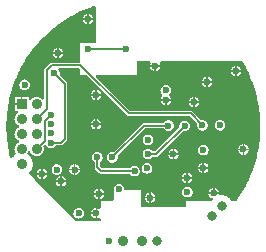
<source format=gbl>
%FSAX44Y44*%
%MOMM*%
G71*
G01*
G75*
G04 Layer_Physical_Order=4*
G04 Layer_Color=16711680*
%ADD10R,0.5000X0.6000*%
%ADD11R,0.6000X0.5000*%
%ADD12R,0.7000X0.9000*%
%ADD13R,0.3000X0.6000*%
%ADD14R,1.5500X1.5500*%
%ADD15R,0.6500X0.2000*%
%ADD16R,0.2000X0.6500*%
%ADD17R,0.9000X0.7000*%
%ADD18O,0.8000X0.2000*%
%ADD19O,0.2000X0.8000*%
%ADD20R,4.6000X4.6000*%
%ADD21R,1.0000X2.0000*%
%ADD22R,0.7112X0.2286*%
%ADD23R,1.1500X1.4000*%
%ADD24R,0.4500X0.3500*%
%ADD25R,0.3500X0.4500*%
%ADD26C,0.1500*%
%ADD27C,0.3000*%
%ADD28C,0.5000*%
%ADD29C,0.2000*%
%ADD30C,0.9000*%
%ADD31C,0.6000*%
%ADD32C,0.8000*%
%ADD33R,0.9000X0.9000*%
G36*
X03042447Y02578185D02*
X03043846Y02575632D01*
X03045174Y02573041D01*
X03046432Y02570416D01*
X03047619Y02567758D01*
X03048733Y02565068D01*
X03049774Y02562349D01*
X03050741Y02559603D01*
X03051633Y02556832D01*
X03052450Y02554037D01*
X03053190Y02551222D01*
X03053855Y02548387D01*
X03054442Y02545536D01*
X03054952Y02542670D01*
X03055384Y02539790D01*
X03055738Y02536901D01*
X03056013Y02534003D01*
X03056210Y02531098D01*
X03056328Y02528189D01*
X03056367Y02525360D01*
X03056360Y02525278D01*
X03056367Y02525196D01*
X03056328Y02522367D01*
X03056210Y02519458D01*
X03056013Y02516553D01*
X03055738Y02513655D01*
X03055384Y02510766D01*
X03054952Y02507886D01*
X03054442Y02505020D01*
X03053855Y02502169D01*
X03053190Y02499334D01*
X03052450Y02496519D01*
X03051633Y02493724D01*
X03050741Y02490953D01*
X03049774Y02488207D01*
X03048733Y02485488D01*
X03047619Y02482798D01*
X03046432Y02480140D01*
X03045174Y02477514D01*
X03043846Y02474924D01*
X03042447Y02472371D01*
X03040980Y02469856D01*
X03039445Y02467382D01*
X03037845Y02464950D01*
X03036328Y02462778D01*
X03031906D01*
X03031487Y02463435D01*
X03031009Y02464059D01*
X03030478Y02464638D01*
X03029899Y02465169D01*
X03029275Y02465647D01*
X03028612Y02466070D01*
X03027915Y02466433D01*
X03027189Y02466733D01*
X03026440Y02466970D01*
X03025673Y02467140D01*
X03024893Y02467242D01*
X03024108Y02467277D01*
X03023323Y02467242D01*
X03022544Y02467140D01*
X03022353Y02467097D01*
X03021281Y02468147D01*
X03021307Y02468278D01*
X03012429D01*
X03012512Y02467861D01*
X03012702Y02467302D01*
X03012963Y02466773D01*
X03013290Y02466283D01*
X03013679Y02465839D01*
X03014123Y02465450D01*
X03014613Y02465123D01*
X03015142Y02464862D01*
X03015701Y02464672D01*
X03016010Y02464611D01*
X03016258Y02464030D01*
X03015431Y02462778D01*
X02993868D01*
Y02457028D01*
X02955118D01*
X02955118Y02471278D01*
X02941677D01*
X02941677D01*
X02941677D01*
D01*
D01*
X02941378Y02472278D01*
X02941378Y02472278D01*
X02941378D01*
D01*
D01*
D01*
X02941339Y02472867D01*
X02941224Y02473445D01*
X02941035Y02474004D01*
X02940773Y02474533D01*
X02940446Y02475023D01*
X02940057Y02475467D01*
X02939613Y02475856D01*
X02939123Y02476183D01*
X02938594Y02476444D01*
X02938035Y02476634D01*
X02937457Y02476749D01*
X02936868Y02476788D01*
X02936279Y02476749D01*
X02935701Y02476634D01*
X02935142Y02476444D01*
X02934613Y02476183D01*
X02934123Y02475856D01*
X02933679Y02475467D01*
X02933290Y02475023D01*
X02932963Y02474533D01*
X02932702Y02474004D01*
X02932512Y02473445D01*
X02932397Y02472867D01*
X02932358Y02472278D01*
X02932397Y02471689D01*
X02932408Y02471632D01*
X02932118Y02471278D01*
X02932118D01*
X02932118Y02463339D01*
X02931057Y02462278D01*
X02921368D01*
Y02456751D01*
X02920995Y02456326D01*
X02920045Y02455818D01*
X02919873Y02455933D01*
X02919344Y02456194D01*
X02918785Y02456384D01*
X02918368Y02456467D01*
Y02452028D01*
Y02447589D01*
X02918785Y02447672D01*
X02919344Y02447862D01*
X02919873Y02448123D01*
X02920045Y02448238D01*
X02920995Y02447730D01*
X02921368Y02447305D01*
Y02445778D01*
X02899618D01*
X02865254Y02480142D01*
X02860407Y02486458D01*
X02860409Y02486520D01*
X02860992Y02487054D01*
X02861552Y02487666D01*
X02862057Y02488324D01*
X02862503Y02489023D01*
X02862886Y02489759D01*
X02863204Y02490526D01*
X02863453Y02491317D01*
X02863633Y02492127D01*
X02863741Y02492949D01*
X02863777Y02493778D01*
X02863741Y02494607D01*
X02863633Y02495429D01*
X02863453Y02496239D01*
X02863204Y02497030D01*
X02862886Y02497797D01*
X02862503Y02498533D01*
X02862057Y02499232D01*
X02861552Y02499890D01*
X02860992Y02500502D01*
X02860380Y02501062D01*
X02859722Y02501567D01*
X02859551Y02501677D01*
X02859263Y02503149D01*
X02859356Y02503281D01*
X02859682Y02503871D01*
X02859868Y02504319D01*
X02861368D01*
X02861554Y02503871D01*
X02861880Y02503281D01*
X02862270Y02502731D01*
X02862719Y02502229D01*
X02863221Y02501780D01*
X02863771Y02501390D01*
X02864361Y02501064D01*
X02864983Y02500806D01*
X02865631Y02500619D01*
X02866295Y02500506D01*
X02866968Y02500469D01*
X02867641Y02500506D01*
X02868305Y02500619D01*
X02868953Y02500806D01*
X02869576Y02501064D01*
X02870165Y02501390D01*
X02870715Y02501780D01*
X02871217Y02502229D01*
X02871666Y02502731D01*
X02872056Y02503281D01*
X02872382Y02503871D01*
X02872640Y02504493D01*
X02872827Y02505141D01*
X02872939Y02505805D01*
X02872977Y02506478D01*
X02872939Y02507151D01*
X02872827Y02507815D01*
X02872640Y02508463D01*
X02872495Y02508813D01*
X02873108Y02509427D01*
X02874334Y02509843D01*
X02875119Y02509713D01*
X02875212Y02509523D01*
X02875540Y02509033D01*
X02875929Y02508589D01*
X02876373Y02508200D01*
X02876863Y02507873D01*
X02877392Y02507612D01*
X02877951Y02507422D01*
X02878529Y02507307D01*
X02879118Y02507268D01*
X02879707Y02507307D01*
X02880285Y02507422D01*
X02880844Y02507612D01*
X02881373Y02507873D01*
X02881863Y02508200D01*
X02882307Y02508589D01*
X02882696Y02509033D01*
X02883022Y02509521D01*
X02887368D01*
X02887721Y02509549D01*
X02888065Y02509632D01*
X02888393Y02509767D01*
X02888694Y02509952D01*
X02888964Y02510182D01*
X02892464Y02513682D01*
X02892464Y02513682D01*
X02892694Y02513951D01*
X02892879Y02514253D01*
X02892958Y02514445D01*
X02893015Y02514581D01*
X02893097Y02514925D01*
X02893125Y02515278D01*
X02893125Y02515278D01*
Y02561778D01*
X02893125Y02561778D01*
X02893097Y02562131D01*
X02893015Y02562475D01*
X02892879Y02562803D01*
X02892694Y02563105D01*
X02892464Y02563374D01*
X02892464Y02563374D01*
X02886475Y02569363D01*
X02886589Y02569939D01*
X02886628Y02570528D01*
X02886589Y02571117D01*
X02886474Y02571695D01*
X02886284Y02572254D01*
X02886023Y02572783D01*
X02885696Y02573273D01*
X02885361Y02573655D01*
X02885477Y02573911D01*
X02886451Y02575021D01*
X02902485D01*
X02903546Y02573960D01*
X02903543Y02569028D01*
X02909176D01*
X02943272Y02534932D01*
X02943272Y02534932D01*
X02943541Y02534702D01*
X02943843Y02534517D01*
X02944171Y02534382D01*
X02944515Y02534299D01*
X02944868Y02534271D01*
X02944868Y02534271D01*
X02996436D01*
X03003015Y02527693D01*
X03002900Y02527117D01*
X03002861Y02526528D01*
X03002900Y02525939D01*
X03003015Y02525361D01*
X03003205Y02524802D01*
X03003465Y02524273D01*
X03003793Y02523783D01*
X03004182Y02523339D01*
X03004626Y02522950D01*
X03005116Y02522623D01*
X03005645Y02522362D01*
X03006204Y02522172D01*
X03006782Y02522057D01*
X03007371Y02522018D01*
X03007960Y02522057D01*
X03008538Y02522172D01*
X03009097Y02522362D01*
X03009626Y02522623D01*
X03010116Y02522950D01*
X03010560Y02523339D01*
X03010948Y02523783D01*
X03011276Y02524273D01*
X03011537Y02524802D01*
X03011727Y02525361D01*
X03011842Y02525939D01*
X03011880Y02526528D01*
X03011842Y02527117D01*
X03011727Y02527695D01*
X03011537Y02528254D01*
X03011276Y02528783D01*
X03010948Y02529273D01*
X03010560Y02529717D01*
X03010116Y02530106D01*
X03009626Y02530434D01*
X03009097Y02530694D01*
X03008538Y02530884D01*
X03007960Y02530999D01*
X03007371Y02531038D01*
X03006782Y02530999D01*
X03006206Y02530885D01*
X02998967Y02538124D01*
X02998698Y02538354D01*
X02998396Y02538539D01*
X02998068Y02538674D01*
X02997724Y02538757D01*
X02997371Y02538785D01*
X02945803D01*
X02916945Y02567642D01*
X02917520Y02569028D01*
X02952306D01*
Y02580528D01*
X02962645D01*
X02963070Y02580155D01*
X02963578Y02579205D01*
X02963463Y02579033D01*
X02963202Y02578504D01*
X02963012Y02577945D01*
X02962929Y02577528D01*
X02971807D01*
X02971724Y02577945D01*
X02971534Y02578504D01*
X02971273Y02579033D01*
X02971158Y02579205D01*
X02971666Y02580155D01*
X02972091Y02580528D01*
X03041080D01*
X03042447Y02578185D01*
D02*
G37*
G36*
X02917055Y02626686D02*
Y02596528D01*
X02903556D01*
X02903548Y02579535D01*
X02879618D01*
X02879265Y02579507D01*
X02878921Y02579424D01*
X02878593Y02579289D01*
X02878291Y02579104D01*
X02878167Y02578998D01*
X02878022Y02578874D01*
X02878022Y02578874D01*
X02873772Y02574624D01*
X02873542Y02574355D01*
X02873357Y02574053D01*
X02873221Y02573725D01*
X02873139Y02573381D01*
X02873111Y02573028D01*
Y02548758D01*
X02871682Y02548303D01*
X02871666Y02548325D01*
X02871217Y02548827D01*
X02870715Y02549276D01*
X02870165Y02549666D01*
X02869576Y02549992D01*
X02868953Y02550250D01*
X02868305Y02550437D01*
X02867641Y02550550D01*
X02866968Y02550587D01*
X02866295Y02550550D01*
X02865631Y02550437D01*
X02864983Y02550250D01*
X02864361Y02549992D01*
X02863771Y02549666D01*
X02863221Y02549276D01*
X02862719Y02548827D01*
X02862270Y02548325D01*
X02861880Y02547775D01*
X02861720Y02547487D01*
X02860268Y02547862D01*
Y02550578D01*
X02855018D01*
Y02544578D01*
X02854268D01*
Y02543828D01*
X02848268D01*
Y02538578D01*
X02850984D01*
X02851359Y02537126D01*
X02851071Y02536966D01*
X02850521Y02536576D01*
X02850019Y02536127D01*
X02849570Y02535625D01*
X02849180Y02535075D01*
X02848854Y02534485D01*
X02848596Y02533863D01*
X02848409Y02533215D01*
X02848296Y02532551D01*
X02848258Y02531878D01*
X02848296Y02531205D01*
X02848409Y02530541D01*
X02848596Y02529893D01*
X02848854Y02529271D01*
X02849180Y02528681D01*
X02849570Y02528131D01*
X02850019Y02527629D01*
X02850521Y02527180D01*
X02851071Y02526790D01*
X02851660Y02526464D01*
X02852109Y02526278D01*
Y02524778D01*
X02851661Y02524592D01*
X02851071Y02524266D01*
X02850521Y02523876D01*
X02850019Y02523427D01*
X02849570Y02522925D01*
X02849180Y02522375D01*
X02848854Y02521785D01*
X02848596Y02521163D01*
X02848409Y02520515D01*
X02848297Y02519851D01*
X02848259Y02519178D01*
X02848297Y02518505D01*
X02848409Y02517841D01*
X02848596Y02517193D01*
X02848854Y02516571D01*
X02849180Y02515981D01*
X02849570Y02515431D01*
X02850019Y02514929D01*
X02850521Y02514480D01*
X02851071Y02514090D01*
X02851661Y02513764D01*
X02852109Y02513578D01*
Y02512078D01*
X02851660Y02511892D01*
X02851071Y02511566D01*
X02850521Y02511176D01*
X02850019Y02510727D01*
X02849570Y02510225D01*
X02849180Y02509675D01*
X02848854Y02509085D01*
X02848596Y02508463D01*
X02848409Y02507815D01*
X02848297Y02507151D01*
X02848259Y02506478D01*
X02848297Y02505805D01*
X02848409Y02505141D01*
X02848596Y02504493D01*
X02848854Y02503871D01*
X02849180Y02503281D01*
X02849273Y02503149D01*
X02848985Y02501677D01*
X02848814Y02501567D01*
X02848156Y02501062D01*
X02847544Y02500502D01*
X02846984Y02499890D01*
X02846479Y02499232D01*
X02846135Y02498693D01*
X02845548Y02498785D01*
X02844554Y02499302D01*
X02844546Y02499334D01*
X02843882Y02502169D01*
X02843294Y02505020D01*
X02842784Y02507886D01*
X02842352Y02510766D01*
X02841998Y02513655D01*
X02841723Y02516553D01*
X02841526Y02519458D01*
X02841407Y02522367D01*
X02841368Y02525278D01*
X02841407Y02528189D01*
X02841526Y02531098D01*
X02841723Y02534003D01*
X02841998Y02536901D01*
X02842352Y02539790D01*
X02842784Y02542670D01*
X02843294Y02545536D01*
X02843882Y02548387D01*
X02844546Y02551222D01*
X02845287Y02554037D01*
X02846103Y02556832D01*
X02846995Y02559603D01*
X02847962Y02562349D01*
X02849003Y02565068D01*
X02850117Y02567758D01*
X02851304Y02570416D01*
X02852562Y02573041D01*
X02853890Y02575632D01*
X02855289Y02578185D01*
X02856756Y02580700D01*
X02858290Y02583174D01*
X02859891Y02585605D01*
X02861558Y02587993D01*
X02863288Y02590334D01*
X02865081Y02592628D01*
X02866936Y02594872D01*
X02868850Y02597065D01*
X02870823Y02599206D01*
X02872854Y02601292D01*
X02874940Y02603322D01*
X02877081Y02605296D01*
X02879274Y02607210D01*
X02881518Y02609065D01*
X02883812Y02610858D01*
X02886153Y02612588D01*
X02888540Y02614254D01*
X02890972Y02615855D01*
X02893446Y02617390D01*
X02895961Y02618857D01*
X02898514Y02620255D01*
X02901104Y02621584D01*
X02903730Y02622842D01*
X02906389Y02624029D01*
X02909078Y02625143D01*
X02911797Y02626184D01*
X02914543Y02627151D01*
X02915843Y02627569D01*
X02917055Y02626686D01*
D02*
G37*
%LPC*%
G36*
X02960369Y02494536D02*
X02959780Y02494497D01*
X02959201Y02494382D01*
X02958643Y02494193D01*
X02958114Y02493932D01*
X02957623Y02493604D01*
X02957180Y02493215D01*
X02956791Y02492772D01*
X02956463Y02492281D01*
X02956202Y02491752D01*
X02956013Y02491194D01*
X02955898Y02490615D01*
X02955859Y02490026D01*
X02955898Y02489438D01*
X02956013Y02488859D01*
X02956202Y02488300D01*
X02956463Y02487771D01*
X02956791Y02487281D01*
X02957180Y02486837D01*
X02957623Y02486449D01*
X02958114Y02486121D01*
X02958643Y02485860D01*
X02959201Y02485670D01*
X02959780Y02485555D01*
X02960369Y02485517D01*
X02960957Y02485555D01*
X02961536Y02485670D01*
X02962094Y02485860D01*
X02962623Y02486121D01*
X02963114Y02486449D01*
X02963557Y02486837D01*
X02963946Y02487281D01*
X02964274Y02487771D01*
X02964535Y02488300D01*
X02964724Y02488859D01*
X02964839Y02489438D01*
X02964878Y02490026D01*
X02964839Y02490615D01*
X02964724Y02491194D01*
X02964535Y02491752D01*
X02964274Y02492281D01*
X02963946Y02492772D01*
X02963557Y02493215D01*
X02963114Y02493604D01*
X02962623Y02493932D01*
X02962094Y02494193D01*
X02961536Y02494382D01*
X02960957Y02494497D01*
X02960369Y02494536D01*
D02*
G37*
G36*
X02903557Y02488278D02*
X02899868D01*
Y02484589D01*
X02900285Y02484672D01*
X02900844Y02484862D01*
X02901373Y02485123D01*
X02901863Y02485450D01*
X02902307Y02485839D01*
X02902696Y02486283D01*
X02903023Y02486773D01*
X02903284Y02487302D01*
X02903474Y02487861D01*
X02903557Y02488278D01*
D02*
G37*
G36*
X02872368Y02489717D02*
Y02486028D01*
X02876057D01*
X02875974Y02486445D01*
X02875784Y02487004D01*
X02875523Y02487533D01*
X02875196Y02488023D01*
X02874807Y02488467D01*
X02874363Y02488856D01*
X02873873Y02489183D01*
X02873344Y02489444D01*
X02872785Y02489634D01*
X02872368Y02489717D01*
D02*
G37*
G36*
X02870868D02*
X02870451Y02489634D01*
X02869892Y02489444D01*
X02869363Y02489183D01*
X02868873Y02488856D01*
X02868429Y02488467D01*
X02868040Y02488023D01*
X02867713Y02487533D01*
X02867451Y02487004D01*
X02867262Y02486445D01*
X02867179Y02486028D01*
X02870868D01*
Y02489717D01*
D02*
G37*
G36*
X02995118Y02486217D02*
Y02482528D01*
X02998807D01*
X02998724Y02482945D01*
X02998535Y02483504D01*
X02998274Y02484033D01*
X02997946Y02484523D01*
X02997557Y02484967D01*
X02997113Y02485356D01*
X02996623Y02485683D01*
X02996094Y02485944D01*
X02995535Y02486134D01*
X02995118Y02486217D01*
D02*
G37*
G36*
X02993618D02*
X02993201Y02486134D01*
X02992642Y02485944D01*
X02992113Y02485683D01*
X02991623Y02485356D01*
X02991179Y02484967D01*
X02990790Y02484523D01*
X02990463Y02484033D01*
X02990202Y02483504D01*
X02990012Y02482945D01*
X02989929Y02482528D01*
X02993618D01*
Y02486217D01*
D02*
G37*
G36*
X02918368Y02503788D02*
X02917780Y02503749D01*
X02917201Y02503634D01*
X02916642Y02503444D01*
X02916113Y02503183D01*
X02915623Y02502856D01*
X02915179Y02502467D01*
X02914790Y02502023D01*
X02914463Y02501533D01*
X02914202Y02501004D01*
X02914012Y02500445D01*
X02913897Y02499867D01*
X02913858Y02499278D01*
X02913897Y02498689D01*
X02914012Y02498111D01*
X02914202Y02497552D01*
X02914463Y02497023D01*
X02914790Y02496533D01*
X02915179Y02496089D01*
X02915623Y02495700D01*
X02916111Y02495374D01*
Y02490778D01*
X02916139Y02490425D01*
X02916222Y02490081D01*
X02916357Y02489753D01*
X02916542Y02489451D01*
X02916772Y02489182D01*
X02919772Y02486182D01*
X02920042Y02485952D01*
X02920343Y02485767D01*
X02920670Y02485632D01*
X02921015Y02485549D01*
X02921368Y02485521D01*
X02921368Y02485521D01*
X02945964D01*
X02946290Y02485033D01*
X02946679Y02484589D01*
X02947123Y02484200D01*
X02947613Y02483873D01*
X02948142Y02483612D01*
X02948701Y02483422D01*
X02949279Y02483307D01*
X02949868Y02483268D01*
X02950457Y02483307D01*
X02951035Y02483422D01*
X02951594Y02483612D01*
X02952123Y02483873D01*
X02952613Y02484200D01*
X02953057Y02484589D01*
X02953446Y02485033D01*
X02953773Y02485523D01*
X02954034Y02486052D01*
X02954224Y02486611D01*
X02954339Y02487189D01*
X02954378Y02487778D01*
X02954339Y02488367D01*
X02954224Y02488945D01*
X02954034Y02489504D01*
X02953773Y02490033D01*
X02953446Y02490523D01*
X02953057Y02490967D01*
X02952613Y02491356D01*
X02952123Y02491684D01*
X02951594Y02491944D01*
X02951035Y02492134D01*
X02950457Y02492249D01*
X02949868Y02492288D01*
X02949279Y02492249D01*
X02948701Y02492134D01*
X02948142Y02491944D01*
X02947613Y02491684D01*
X02947123Y02491356D01*
X02946679Y02490967D01*
X02946290Y02490523D01*
X02945964Y02490035D01*
X02922303D01*
X02920625Y02491713D01*
Y02495374D01*
X02921113Y02495700D01*
X02921557Y02496089D01*
X02921946Y02496533D01*
X02922274Y02497023D01*
X02922534Y02497552D01*
X02922724Y02498111D01*
X02922839Y02498689D01*
X02922878Y02499278D01*
X02922839Y02499867D01*
X02922724Y02500445D01*
X02922534Y02501004D01*
X02922274Y02501533D01*
X02921946Y02502023D01*
X02921557Y02502467D01*
X02921113Y02502856D01*
X02920623Y02503183D01*
X02920094Y02503444D01*
X02919535Y02503634D01*
X02918957Y02503749D01*
X02918368Y02503788D01*
D02*
G37*
G36*
X02898368Y02488278D02*
X02894679D01*
X02894762Y02487861D01*
X02894951Y02487302D01*
X02895212Y02486773D01*
X02895540Y02486283D01*
X02895929Y02485839D01*
X02896373Y02485450D01*
X02896863Y02485123D01*
X02897392Y02484862D01*
X02897951Y02484672D01*
X02898368Y02484589D01*
Y02488278D01*
D02*
G37*
G36*
X02884118Y02493538D02*
X02883529Y02493499D01*
X02882951Y02493384D01*
X02882392Y02493194D01*
X02881863Y02492934D01*
X02881373Y02492606D01*
X02880929Y02492217D01*
X02880540Y02491773D01*
X02880212Y02491283D01*
X02879951Y02490754D01*
X02879762Y02490195D01*
X02879647Y02489617D01*
X02879608Y02489028D01*
X02879647Y02488439D01*
X02879762Y02487861D01*
X02879951Y02487302D01*
X02880212Y02486773D01*
X02880540Y02486283D01*
X02880929Y02485839D01*
X02881373Y02485450D01*
X02881863Y02485123D01*
X02882392Y02484862D01*
X02882951Y02484672D01*
X02883529Y02484557D01*
X02884118Y02484518D01*
X02884707Y02484557D01*
X02885285Y02484672D01*
X02885844Y02484862D01*
X02886373Y02485123D01*
X02886863Y02485450D01*
X02887307Y02485839D01*
X02887696Y02486283D01*
X02888023Y02486773D01*
X02888284Y02487302D01*
X02888474Y02487861D01*
X02888589Y02488439D01*
X02888628Y02489028D01*
X02888589Y02489617D01*
X02888474Y02490195D01*
X02888284Y02490754D01*
X02888023Y02491283D01*
X02887696Y02491773D01*
X02887307Y02492217D01*
X02886863Y02492606D01*
X02886373Y02492934D01*
X02885844Y02493194D01*
X02885285Y02493384D01*
X02884707Y02493499D01*
X02884118Y02493538D01*
D02*
G37*
G36*
X03007368Y02489778D02*
X03003679D01*
X03003762Y02489361D01*
X03003952Y02488802D01*
X03004213Y02488273D01*
X03004540Y02487783D01*
X03004929Y02487339D01*
X03005373Y02486950D01*
X03005863Y02486622D01*
X03006392Y02486362D01*
X03006951Y02486172D01*
X03007368Y02486089D01*
Y02489778D01*
D02*
G37*
G36*
X02987307Y02501278D02*
X02983618D01*
Y02497589D01*
X02984035Y02497672D01*
X02984594Y02497862D01*
X02985123Y02498123D01*
X02985613Y02498450D01*
X02986057Y02498839D01*
X02986446Y02499283D01*
X02986773Y02499773D01*
X02987034Y02500302D01*
X02987224Y02500861D01*
X02987307Y02501278D01*
D02*
G37*
G36*
X02982118D02*
X02978429D01*
X02978512Y02500861D01*
X02978701Y02500302D01*
X02978962Y02499773D01*
X02979290Y02499283D01*
X02979679Y02498839D01*
X02980123Y02498450D01*
X02980613Y02498123D01*
X02981142Y02497862D01*
X02981701Y02497672D01*
X02982118Y02497589D01*
Y02501278D01*
D02*
G37*
G36*
X03008118Y02510038D02*
X03007529Y02509999D01*
X03006951Y02509884D01*
X03006392Y02509694D01*
X03005863Y02509433D01*
X03005373Y02509106D01*
X03004929Y02508717D01*
X03004540Y02508273D01*
X03004213Y02507783D01*
X03003952Y02507254D01*
X03003762Y02506695D01*
X03003647Y02506117D01*
X03003608Y02505528D01*
X03003647Y02504939D01*
X03003762Y02504361D01*
X03003952Y02503802D01*
X03004213Y02503273D01*
X03004540Y02502783D01*
X03004929Y02502339D01*
X03005373Y02501950D01*
X03005863Y02501622D01*
X03006392Y02501362D01*
X03006951Y02501172D01*
X03007529Y02501057D01*
X03008118Y02501018D01*
X03008707Y02501057D01*
X03009285Y02501172D01*
X03009844Y02501362D01*
X03010373Y02501622D01*
X03010863Y02501950D01*
X03011307Y02502339D01*
X03011696Y02502783D01*
X03012024Y02503273D01*
X03012285Y02503802D01*
X03012474Y02504361D01*
X03012589Y02504939D01*
X03012628Y02505528D01*
X03012589Y02506117D01*
X03012474Y02506695D01*
X03012285Y02507254D01*
X03012024Y02507783D01*
X03011696Y02508273D01*
X03011307Y02508717D01*
X03010863Y02509106D01*
X03010373Y02509433D01*
X03009844Y02509694D01*
X03009285Y02509884D01*
X03008707Y02509999D01*
X03008118Y02510038D01*
D02*
G37*
G36*
X03046557Y02505278D02*
X03042868D01*
Y02501589D01*
X03043285Y02501672D01*
X03043844Y02501862D01*
X03044373Y02502123D01*
X03044863Y02502450D01*
X03045307Y02502839D01*
X03045696Y02503283D01*
X03046023Y02503773D01*
X03046284Y02504302D01*
X03046474Y02504861D01*
X03046557Y02505278D01*
D02*
G37*
G36*
X03041368D02*
X03037679D01*
X03037762Y02504861D01*
X03037952Y02504302D01*
X03038213Y02503773D01*
X03038540Y02503283D01*
X03038929Y02502839D01*
X03039373Y02502450D01*
X03039863Y02502123D01*
X03040392Y02501862D01*
X03040951Y02501672D01*
X03041368Y02501589D01*
Y02505278D01*
D02*
G37*
G36*
X02898368Y02493467D02*
X02897951Y02493384D01*
X02897392Y02493194D01*
X02896863Y02492934D01*
X02896373Y02492606D01*
X02895929Y02492217D01*
X02895540Y02491773D01*
X02895212Y02491283D01*
X02894951Y02490754D01*
X02894762Y02490195D01*
X02894679Y02489778D01*
X02898368D01*
Y02493467D01*
D02*
G37*
G36*
X03012557Y02489778D02*
X03008868D01*
Y02486089D01*
X03009285Y02486172D01*
X03009844Y02486362D01*
X03010373Y02486622D01*
X03010863Y02486950D01*
X03011307Y02487339D01*
X03011696Y02487783D01*
X03012024Y02488273D01*
X03012285Y02488802D01*
X03012474Y02489361D01*
X03012557Y02489778D01*
D02*
G37*
G36*
X02899868Y02493467D02*
Y02489778D01*
X02903557D01*
X02903474Y02490195D01*
X02903284Y02490754D01*
X02903023Y02491283D01*
X02902696Y02491773D01*
X02902307Y02492217D01*
X02901863Y02492606D01*
X02901373Y02492934D01*
X02900844Y02493194D01*
X02900285Y02493384D01*
X02899868Y02493467D01*
D02*
G37*
G36*
X03008868Y02494967D02*
Y02491278D01*
X03012557D01*
X03012474Y02491695D01*
X03012285Y02492254D01*
X03012024Y02492783D01*
X03011696Y02493273D01*
X03011307Y02493717D01*
X03010863Y02494106D01*
X03010373Y02494433D01*
X03009844Y02494694D01*
X03009285Y02494884D01*
X03008868Y02494967D01*
D02*
G37*
G36*
X03007368D02*
X03006951Y02494884D01*
X03006392Y02494694D01*
X03005863Y02494433D01*
X03005373Y02494106D01*
X03004929Y02493717D01*
X03004540Y02493273D01*
X03004213Y02492783D01*
X03003952Y02492254D01*
X03003762Y02491695D01*
X03003679Y02491278D01*
X03007368D01*
Y02494967D01*
D02*
G37*
G36*
X02876057Y02484528D02*
X02872368D01*
Y02480839D01*
X02872785Y02480922D01*
X02873344Y02481112D01*
X02873873Y02481373D01*
X02874363Y02481700D01*
X02874807Y02482089D01*
X02875196Y02482533D01*
X02875523Y02483023D01*
X02875784Y02483552D01*
X02875974Y02484111D01*
X02876057Y02484528D01*
D02*
G37*
G36*
X02924307Y02467778D02*
X02920618D01*
Y02464089D01*
X02921035Y02464172D01*
X02921594Y02464362D01*
X02922123Y02464622D01*
X02922613Y02464950D01*
X02923057Y02465339D01*
X02923446Y02465783D01*
X02923773Y02466273D01*
X02924034Y02466802D01*
X02924224Y02467361D01*
X02924307Y02467778D01*
D02*
G37*
G36*
X02919118D02*
X02915429D01*
X02915512Y02467361D01*
X02915702Y02466802D01*
X02915963Y02466273D01*
X02916290Y02465783D01*
X02916679Y02465339D01*
X02917123Y02464950D01*
X02917613Y02464622D01*
X02918142Y02464362D01*
X02918701Y02464172D01*
X02919118Y02464089D01*
Y02467778D01*
D02*
G37*
G36*
X02994618Y02474538D02*
X02994030Y02474499D01*
X02993451Y02474384D01*
X02992892Y02474194D01*
X02992363Y02473934D01*
X02991873Y02473606D01*
X02991429Y02473217D01*
X02991040Y02472773D01*
X02990713Y02472283D01*
X02990452Y02471754D01*
X02990262Y02471195D01*
X02990147Y02470617D01*
X02990108Y02470028D01*
X02990147Y02469439D01*
X02990262Y02468861D01*
X02990452Y02468302D01*
X02990713Y02467773D01*
X02991040Y02467283D01*
X02991429Y02466839D01*
X02991873Y02466450D01*
X02992363Y02466123D01*
X02992892Y02465862D01*
X02993451Y02465672D01*
X02994030Y02465557D01*
X02994618Y02465518D01*
X02995207Y02465557D01*
X02995785Y02465672D01*
X02996344Y02465862D01*
X02996873Y02466123D01*
X02997363Y02466450D01*
X02997807Y02466839D01*
X02998196Y02467283D01*
X02998523Y02467773D01*
X02998784Y02468302D01*
X02998974Y02468861D01*
X02999089Y02469439D01*
X02999128Y02470028D01*
X02999089Y02470617D01*
X02998974Y02471195D01*
X02998784Y02471754D01*
X02998523Y02472283D01*
X02998196Y02472773D01*
X02997807Y02473217D01*
X02997363Y02473606D01*
X02996873Y02473934D01*
X02996344Y02474194D01*
X02995785Y02474384D01*
X02995207Y02474499D01*
X02994618Y02474538D01*
D02*
G37*
G36*
X02963868Y02469717D02*
Y02466028D01*
X02967557D01*
X02967474Y02466445D01*
X02967285Y02467004D01*
X02967024Y02467533D01*
X02966696Y02468023D01*
X02966307Y02468467D01*
X02965863Y02468856D01*
X02965373Y02469183D01*
X02964844Y02469444D01*
X02964285Y02469634D01*
X02963868Y02469717D01*
D02*
G37*
G36*
X02962368D02*
X02961951Y02469634D01*
X02961392Y02469444D01*
X02960863Y02469183D01*
X02960373Y02468856D01*
X02959929Y02468467D01*
X02959540Y02468023D01*
X02959213Y02467533D01*
X02958952Y02467004D01*
X02958762Y02466445D01*
X02958679Y02466028D01*
X02962368D01*
Y02469717D01*
D02*
G37*
G36*
X02916868Y02451278D02*
X02913179D01*
X02913262Y02450861D01*
X02913452Y02450302D01*
X02913712Y02449773D01*
X02914040Y02449283D01*
X02914429Y02448839D01*
X02914873Y02448450D01*
X02915363Y02448123D01*
X02915892Y02447862D01*
X02916451Y02447672D01*
X02916868Y02447589D01*
Y02451278D01*
D02*
G37*
G36*
X02902618Y02456538D02*
X02902029Y02456499D01*
X02901451Y02456384D01*
X02900892Y02456194D01*
X02900363Y02455933D01*
X02899873Y02455606D01*
X02899429Y02455217D01*
X02899040Y02454773D01*
X02898712Y02454283D01*
X02898452Y02453754D01*
X02898262Y02453195D01*
X02898147Y02452617D01*
X02898109Y02452028D01*
X02898147Y02451439D01*
X02898262Y02450861D01*
X02898452Y02450302D01*
X02898712Y02449773D01*
X02899040Y02449283D01*
X02899429Y02448839D01*
X02899873Y02448450D01*
X02900363Y02448123D01*
X02900892Y02447862D01*
X02901451Y02447672D01*
X02902029Y02447557D01*
X02902618Y02447518D01*
X02903206Y02447557D01*
X02903785Y02447672D01*
X02904344Y02447862D01*
X02904873Y02448123D01*
X02905363Y02448450D01*
X02905807Y02448839D01*
X02906196Y02449283D01*
X02906523Y02449773D01*
X02906784Y02450302D01*
X02906974Y02450861D01*
X02907089Y02451439D01*
X02907128Y02452028D01*
X02907089Y02452617D01*
X02906974Y02453195D01*
X02906784Y02453754D01*
X02906523Y02454283D01*
X02906196Y02454773D01*
X02905807Y02455217D01*
X02905363Y02455606D01*
X02904873Y02455933D01*
X02904344Y02456194D01*
X02903785Y02456384D01*
X02903206Y02456499D01*
X02902618Y02456538D01*
D02*
G37*
G36*
X02916868Y02456467D02*
X02916451Y02456384D01*
X02915892Y02456194D01*
X02915363Y02455933D01*
X02914873Y02455606D01*
X02914429Y02455217D01*
X02914040Y02454773D01*
X02913712Y02454283D01*
X02913452Y02453754D01*
X02913262Y02453195D01*
X02913179Y02452778D01*
X02916868D01*
Y02456467D01*
D02*
G37*
G36*
X02967557Y02464528D02*
X02963868D01*
Y02460839D01*
X02964285Y02460922D01*
X02964844Y02461112D01*
X02965373Y02461373D01*
X02965863Y02461700D01*
X02966307Y02462089D01*
X02966696Y02462533D01*
X02967024Y02463023D01*
X02967285Y02463552D01*
X02967474Y02464111D01*
X02967557Y02464528D01*
D02*
G37*
G36*
X02962368D02*
X02958679D01*
X02958762Y02464111D01*
X02958952Y02463552D01*
X02959213Y02463023D01*
X02959540Y02462533D01*
X02959929Y02462089D01*
X02960373Y02461700D01*
X02960863Y02461373D01*
X02961392Y02461112D01*
X02961951Y02460922D01*
X02962368Y02460839D01*
Y02464528D01*
D02*
G37*
G36*
X02919118Y02472967D02*
X02918701Y02472884D01*
X02918142Y02472694D01*
X02917613Y02472433D01*
X02917123Y02472106D01*
X02916679Y02471717D01*
X02916290Y02471273D01*
X02915963Y02470783D01*
X02915702Y02470254D01*
X02915512Y02469695D01*
X02915429Y02469278D01*
X02919118D01*
Y02472967D01*
D02*
G37*
G36*
X02998807Y02481028D02*
X02995118D01*
Y02477339D01*
X02995535Y02477422D01*
X02996094Y02477612D01*
X02996623Y02477873D01*
X02997113Y02478200D01*
X02997557Y02478589D01*
X02997946Y02479033D01*
X02998274Y02479523D01*
X02998535Y02480052D01*
X02998724Y02480611D01*
X02998807Y02481028D01*
D02*
G37*
G36*
X02993618D02*
X02989929D01*
X02990012Y02480611D01*
X02990202Y02480052D01*
X02990463Y02479523D01*
X02990790Y02479033D01*
X02991179Y02478589D01*
X02991623Y02478200D01*
X02992113Y02477873D01*
X02992642Y02477612D01*
X02993201Y02477422D01*
X02993618Y02477339D01*
Y02481028D01*
D02*
G37*
G36*
X02886868Y02483467D02*
X02886451Y02483384D01*
X02885892Y02483194D01*
X02885363Y02482934D01*
X02884873Y02482606D01*
X02884429Y02482217D01*
X02884040Y02481773D01*
X02883712Y02481283D01*
X02883452Y02480754D01*
X02883262Y02480195D01*
X02883179Y02479778D01*
X02886868D01*
Y02483467D01*
D02*
G37*
G36*
X02870868Y02484528D02*
X02867179D01*
X02867262Y02484111D01*
X02867451Y02483552D01*
X02867713Y02483023D01*
X02868040Y02482533D01*
X02868429Y02482089D01*
X02868873Y02481700D01*
X02869363Y02481373D01*
X02869892Y02481112D01*
X02870451Y02480922D01*
X02870868Y02480839D01*
Y02484528D01*
D02*
G37*
G36*
X02888368Y02483467D02*
Y02479778D01*
X02892057D01*
X02891974Y02480195D01*
X02891784Y02480754D01*
X02891523Y02481283D01*
X02891196Y02481773D01*
X02890807Y02482217D01*
X02890363Y02482606D01*
X02889873Y02482934D01*
X02889344Y02483194D01*
X02888785Y02483384D01*
X02888368Y02483467D01*
D02*
G37*
G36*
X03016118Y02473467D02*
X03015701Y02473384D01*
X03015142Y02473194D01*
X03014613Y02472934D01*
X03014123Y02472606D01*
X03013679Y02472217D01*
X03013290Y02471773D01*
X03012963Y02471283D01*
X03012702Y02470754D01*
X03012512Y02470195D01*
X03012429Y02469778D01*
X03016118D01*
Y02473467D01*
D02*
G37*
G36*
X02920618Y02472967D02*
Y02469278D01*
X02924307D01*
X02924224Y02469695D01*
X02924034Y02470254D01*
X02923773Y02470783D01*
X02923446Y02471273D01*
X02923057Y02471717D01*
X02922613Y02472106D01*
X02922123Y02472433D01*
X02921594Y02472694D01*
X02921035Y02472884D01*
X02920618Y02472967D01*
D02*
G37*
G36*
X03017618Y02473467D02*
Y02469778D01*
X03021307D01*
X03021224Y02470195D01*
X03021034Y02470754D01*
X03020773Y02471283D01*
X03020446Y02471773D01*
X03020057Y02472217D01*
X03019613Y02472606D01*
X03019123Y02472934D01*
X03018594Y02473194D01*
X03018035Y02473384D01*
X03017618Y02473467D01*
D02*
G37*
G36*
X02892057Y02478278D02*
X02888368D01*
Y02474589D01*
X02888785Y02474672D01*
X02889344Y02474862D01*
X02889873Y02475123D01*
X02890363Y02475450D01*
X02890807Y02475839D01*
X02891196Y02476283D01*
X02891523Y02476773D01*
X02891784Y02477302D01*
X02891974Y02477861D01*
X02892057Y02478278D01*
D02*
G37*
G36*
X02886868D02*
X02883179D01*
X02883262Y02477861D01*
X02883452Y02477302D01*
X02883712Y02476773D01*
X02884040Y02476283D01*
X02884429Y02475839D01*
X02884873Y02475450D01*
X02885363Y02475123D01*
X02885892Y02474862D01*
X02886451Y02474672D01*
X02886868Y02474589D01*
Y02478278D01*
D02*
G37*
G36*
X02982118Y02506467D02*
X02981701Y02506384D01*
X02981142Y02506194D01*
X02980613Y02505934D01*
X02980123Y02505606D01*
X02979679Y02505217D01*
X02979290Y02504773D01*
X02978962Y02504283D01*
X02978701Y02503754D01*
X02978512Y02503195D01*
X02978429Y02502778D01*
X02982118D01*
Y02506467D01*
D02*
G37*
G36*
X03012118Y02567467D02*
Y02563778D01*
X03015807D01*
X03015724Y02564195D01*
X03015534Y02564754D01*
X03015273Y02565283D01*
X03014946Y02565773D01*
X03014557Y02566217D01*
X03014113Y02566606D01*
X03013623Y02566933D01*
X03013094Y02567195D01*
X03012535Y02567384D01*
X03012118Y02567467D01*
D02*
G37*
G36*
X03010618D02*
X03010201Y02567384D01*
X03009642Y02567195D01*
X03009113Y02566933D01*
X03008623Y02566606D01*
X03008179Y02566217D01*
X03007790Y02565773D01*
X03007462Y02565283D01*
X03007202Y02564754D01*
X03007012Y02564195D01*
X03006929Y02563778D01*
X03010618D01*
Y02567467D01*
D02*
G37*
G36*
X03035118Y02571528D02*
X03031429D01*
X03031512Y02571111D01*
X03031702Y02570552D01*
X03031963Y02570023D01*
X03032290Y02569533D01*
X03032679Y02569089D01*
X03033123Y02568700D01*
X03033613Y02568372D01*
X03034142Y02568112D01*
X03034701Y02567922D01*
X03035118Y02567839D01*
Y02571528D01*
D02*
G37*
G36*
X02966618Y02576028D02*
X02962929D01*
X02963012Y02575611D01*
X02963202Y02575052D01*
X02963463Y02574523D01*
X02963790Y02574033D01*
X02964179Y02573589D01*
X02964623Y02573200D01*
X02965113Y02572873D01*
X02965642Y02572612D01*
X02966201Y02572422D01*
X02966618Y02572339D01*
Y02576028D01*
D02*
G37*
G36*
X03040307Y02571528D02*
X03036618D01*
Y02567839D01*
X03037035Y02567922D01*
X03037594Y02568112D01*
X03038123Y02568372D01*
X03038613Y02568700D01*
X03039057Y02569089D01*
X03039446Y02569533D01*
X03039773Y02570023D01*
X03040034Y02570552D01*
X03040224Y02571111D01*
X03040307Y02571528D01*
D02*
G37*
G36*
X02918118Y02556717D02*
Y02553028D01*
X02921807D01*
X02921724Y02553445D01*
X02921534Y02554004D01*
X02921273Y02554533D01*
X02920946Y02555023D01*
X02920557Y02555467D01*
X02920113Y02555856D01*
X02919623Y02556183D01*
X02919094Y02556444D01*
X02918535Y02556634D01*
X02918118Y02556717D01*
D02*
G37*
G36*
X02916618D02*
X02916201Y02556634D01*
X02915642Y02556444D01*
X02915113Y02556183D01*
X02914623Y02555856D01*
X02914179Y02555467D01*
X02913790Y02555023D01*
X02913463Y02554533D01*
X02913202Y02554004D01*
X02913012Y02553445D01*
X02912929Y02553028D01*
X02916618D01*
Y02556717D01*
D02*
G37*
G36*
X02856868Y02565288D02*
X02856279Y02565249D01*
X02855701Y02565134D01*
X02855142Y02564944D01*
X02854613Y02564684D01*
X02854123Y02564356D01*
X02853679Y02563967D01*
X02853290Y02563523D01*
X02852963Y02563033D01*
X02852702Y02562504D01*
X02852512Y02561945D01*
X02852397Y02561367D01*
X02852358Y02560778D01*
X02852397Y02560190D01*
X02852512Y02559611D01*
X02852702Y02559052D01*
X02852963Y02558523D01*
X02853290Y02558033D01*
X02853679Y02557589D01*
X02854123Y02557200D01*
X02854613Y02556873D01*
X02855142Y02556612D01*
X02855701Y02556422D01*
X02856279Y02556307D01*
X02856868Y02556268D01*
X02857457Y02556307D01*
X02858035Y02556422D01*
X02858594Y02556612D01*
X02859123Y02556873D01*
X02859613Y02557200D01*
X02860057Y02557589D01*
X02860446Y02558033D01*
X02860774Y02558523D01*
X02861035Y02559052D01*
X02861224Y02559611D01*
X02861339Y02560190D01*
X02861378Y02560778D01*
X02861339Y02561367D01*
X02861224Y02561945D01*
X02861035Y02562504D01*
X02860774Y02563033D01*
X02860446Y02563523D01*
X02860057Y02563967D01*
X02859613Y02564356D01*
X02859123Y02564684D01*
X02858594Y02564944D01*
X02858035Y02565134D01*
X02857457Y02565249D01*
X02856868Y02565288D01*
D02*
G37*
G36*
X03015807Y02562278D02*
X03012118D01*
Y02558589D01*
X03012535Y02558672D01*
X03013094Y02558862D01*
X03013623Y02559122D01*
X03014113Y02559450D01*
X03014557Y02559839D01*
X03014946Y02560283D01*
X03015273Y02560773D01*
X03015534Y02561302D01*
X03015724Y02561861D01*
X03015807Y02562278D01*
D02*
G37*
G36*
X03010618D02*
X03006929D01*
X03007012Y02561861D01*
X03007202Y02561302D01*
X03007462Y02560773D01*
X03007790Y02560283D01*
X03008179Y02559839D01*
X03008623Y02559450D01*
X03009113Y02559122D01*
X03009642Y02558862D01*
X03010201Y02558672D01*
X03010618Y02558589D01*
Y02562278D01*
D02*
G37*
G36*
X02971807Y02576028D02*
X02968118D01*
Y02572339D01*
X02968535Y02572422D01*
X02969094Y02572612D01*
X02969623Y02572873D01*
X02970113Y02573200D01*
X02970557Y02573589D01*
X02970946Y02574033D01*
X02971273Y02574523D01*
X02971534Y02575052D01*
X02971724Y02575611D01*
X02971807Y02576028D01*
D02*
G37*
G36*
X02909618Y02615528D02*
X02905929D01*
X02906012Y02615111D01*
X02906201Y02614552D01*
X02906462Y02614023D01*
X02906790Y02613533D01*
X02907179Y02613089D01*
X02907623Y02612700D01*
X02908113Y02612373D01*
X02908642Y02612112D01*
X02909201Y02611922D01*
X02909618Y02611839D01*
Y02615528D01*
D02*
G37*
G36*
X02885865Y02591965D02*
Y02588276D01*
X02889554D01*
X02889471Y02588693D01*
X02889281Y02589251D01*
X02889020Y02589781D01*
X02888693Y02590271D01*
X02888304Y02590714D01*
X02887860Y02591104D01*
X02887370Y02591431D01*
X02886841Y02591692D01*
X02886282Y02591882D01*
X02885865Y02591965D01*
D02*
G37*
G36*
X02914807Y02615528D02*
X02911118D01*
Y02611839D01*
X02911535Y02611922D01*
X02912094Y02612112D01*
X02912623Y02612373D01*
X02913113Y02612700D01*
X02913557Y02613089D01*
X02913946Y02613533D01*
X02914273Y02614023D01*
X02914534Y02614552D01*
X02914724Y02615111D01*
X02914807Y02615528D01*
D02*
G37*
G36*
X02911118Y02620717D02*
Y02617028D01*
X02914807D01*
X02914724Y02617445D01*
X02914534Y02618004D01*
X02914273Y02618533D01*
X02913946Y02619023D01*
X02913557Y02619467D01*
X02913113Y02619856D01*
X02912623Y02620183D01*
X02912094Y02620444D01*
X02911535Y02620634D01*
X02911118Y02620717D01*
D02*
G37*
G36*
X02909618D02*
X02909201Y02620634D01*
X02908642Y02620444D01*
X02908113Y02620183D01*
X02907623Y02619856D01*
X02907179Y02619467D01*
X02906790Y02619023D01*
X02906462Y02618533D01*
X02906201Y02618004D01*
X02906012Y02617445D01*
X02905929Y02617028D01*
X02909618D01*
Y02620717D01*
D02*
G37*
G36*
X03036618Y02576717D02*
Y02573028D01*
X03040307D01*
X03040224Y02573445D01*
X03040034Y02574004D01*
X03039773Y02574533D01*
X03039446Y02575023D01*
X03039057Y02575467D01*
X03038613Y02575856D01*
X03038123Y02576183D01*
X03037594Y02576444D01*
X03037035Y02576634D01*
X03036618Y02576717D01*
D02*
G37*
G36*
X03035118D02*
X03034701Y02576634D01*
X03034142Y02576444D01*
X03033613Y02576183D01*
X03033123Y02575856D01*
X03032679Y02575467D01*
X03032290Y02575023D01*
X03031963Y02574533D01*
X03031702Y02574004D01*
X03031512Y02573445D01*
X03031429Y02573028D01*
X03035118D01*
Y02576717D01*
D02*
G37*
G36*
X02884365Y02586776D02*
X02880676D01*
X02880759Y02586359D01*
X02880949Y02585800D01*
X02881210Y02585271D01*
X02881537Y02584780D01*
X02881926Y02584337D01*
X02882370Y02583948D01*
X02882860Y02583620D01*
X02883389Y02583359D01*
X02883948Y02583170D01*
X02884365Y02583087D01*
Y02586776D01*
D02*
G37*
G36*
Y02591965D02*
X02883948Y02591882D01*
X02883389Y02591692D01*
X02882860Y02591431D01*
X02882370Y02591104D01*
X02881926Y02590714D01*
X02881537Y02590271D01*
X02881210Y02589781D01*
X02880949Y02589251D01*
X02880759Y02588693D01*
X02880676Y02588276D01*
X02884365D01*
Y02591965D01*
D02*
G37*
G36*
X02889554Y02586776D02*
X02885865D01*
Y02583087D01*
X02886282Y02583170D01*
X02886841Y02583359D01*
X02887370Y02583620D01*
X02887860Y02583948D01*
X02888304Y02584337D01*
X02888693Y02584780D01*
X02889020Y02585271D01*
X02889281Y02585800D01*
X02889471Y02586359D01*
X02889554Y02586776D01*
D02*
G37*
G36*
X02916618Y02526528D02*
X02912929D01*
X02913012Y02526111D01*
X02913202Y02525552D01*
X02913463Y02525023D01*
X02913790Y02524533D01*
X02914179Y02524089D01*
X02914623Y02523700D01*
X02915113Y02523373D01*
X02915642Y02523112D01*
X02916201Y02522922D01*
X02916618Y02522839D01*
Y02526528D01*
D02*
G37*
G36*
X03022368Y02531038D02*
X03021779Y02530999D01*
X03021201Y02530884D01*
X03020642Y02530694D01*
X03020113Y02530434D01*
X03019623Y02530106D01*
X03019179Y02529717D01*
X03018790Y02529273D01*
X03018463Y02528783D01*
X03018202Y02528254D01*
X03018012Y02527695D01*
X03017897Y02527117D01*
X03017858Y02526528D01*
X03017897Y02525939D01*
X03018012Y02525361D01*
X03018202Y02524802D01*
X03018463Y02524273D01*
X03018790Y02523783D01*
X03019179Y02523339D01*
X03019623Y02522950D01*
X03020113Y02522623D01*
X03020642Y02522362D01*
X03021201Y02522172D01*
X03021779Y02522057D01*
X03022368Y02522018D01*
X03022957Y02522057D01*
X03023535Y02522172D01*
X03024094Y02522362D01*
X03024623Y02522623D01*
X03025113Y02522950D01*
X03025557Y02523339D01*
X03025946Y02523783D01*
X03026273Y02524273D01*
X03026534Y02524802D01*
X03026724Y02525361D01*
X03026839Y02525939D01*
X03026878Y02526528D01*
X03026839Y02527117D01*
X03026724Y02527695D01*
X03026534Y02528254D01*
X03026273Y02528783D01*
X03025946Y02529273D01*
X03025557Y02529717D01*
X03025113Y02530106D01*
X03024623Y02530434D01*
X03024094Y02530694D01*
X03023535Y02530884D01*
X03022957Y02530999D01*
X03022368Y02531038D01*
D02*
G37*
G36*
X02921807Y02526528D02*
X02918118D01*
Y02522839D01*
X02918535Y02522922D01*
X02919094Y02523112D01*
X02919623Y02523373D01*
X02920113Y02523700D01*
X02920557Y02524089D01*
X02920946Y02524533D01*
X02921273Y02525023D01*
X02921534Y02525552D01*
X02921724Y02526111D01*
X02921807Y02526528D01*
D02*
G37*
G36*
X02918118Y02531717D02*
Y02528028D01*
X02921807D01*
X02921724Y02528445D01*
X02921534Y02529004D01*
X02921273Y02529533D01*
X02920946Y02530023D01*
X02920557Y02530467D01*
X02920113Y02530856D01*
X02919623Y02531183D01*
X02919094Y02531444D01*
X02918535Y02531634D01*
X02918118Y02531717D01*
D02*
G37*
G36*
X02916618D02*
X02916201Y02531634D01*
X02915642Y02531444D01*
X02915113Y02531183D01*
X02914623Y02530856D01*
X02914179Y02530467D01*
X02913790Y02530023D01*
X02913463Y02529533D01*
X02913202Y02529004D01*
X02913012Y02528445D01*
X02912929Y02528028D01*
X02916618D01*
Y02531717D01*
D02*
G37*
G36*
X03041368Y02510467D02*
X03040951Y02510384D01*
X03040392Y02510194D01*
X03039863Y02509933D01*
X03039373Y02509606D01*
X03038929Y02509217D01*
X03038540Y02508773D01*
X03038213Y02508283D01*
X03037952Y02507754D01*
X03037762Y02507195D01*
X03037679Y02506778D01*
X03041368D01*
Y02510467D01*
D02*
G37*
G36*
X02983618Y02506467D02*
Y02502778D01*
X02987307D01*
X02987224Y02503195D01*
X02987034Y02503754D01*
X02986773Y02504283D01*
X02986446Y02504773D01*
X02986057Y02505217D01*
X02985613Y02505606D01*
X02985123Y02505934D01*
X02984594Y02506194D01*
X02984035Y02506384D01*
X02983618Y02506467D01*
D02*
G37*
G36*
X03042868Y02510467D02*
Y02506778D01*
X03046557D01*
X03046474Y02507195D01*
X03046284Y02507754D01*
X03046023Y02508283D01*
X03045696Y02508773D01*
X03045307Y02509217D01*
X03044863Y02509606D01*
X03044373Y02509933D01*
X03043844Y02510194D01*
X03043285Y02510384D01*
X03042868Y02510467D01*
D02*
G37*
G36*
X02992368Y02530538D02*
X02991779Y02530499D01*
X02991201Y02530384D01*
X02990642Y02530194D01*
X02990113Y02529933D01*
X02989623Y02529606D01*
X02989179Y02529217D01*
X02988790Y02528773D01*
X02988463Y02528283D01*
X02988202Y02527754D01*
X02988012Y02527195D01*
X02987897Y02526617D01*
X02987858Y02526028D01*
X02987897Y02525439D01*
X02988011Y02524863D01*
X02967433Y02504285D01*
X02965272D01*
X02964946Y02504773D01*
X02964557Y02505217D01*
X02964113Y02505606D01*
X02963623Y02505934D01*
X02963094Y02506194D01*
X02962535Y02506384D01*
X02961956Y02506499D01*
X02961368Y02506538D01*
X02960779Y02506499D01*
X02960201Y02506384D01*
X02959642Y02506194D01*
X02959113Y02505934D01*
X02958623Y02505606D01*
X02958179Y02505217D01*
X02957790Y02504773D01*
X02957462Y02504283D01*
X02957202Y02503754D01*
X02957012Y02503195D01*
X02956897Y02502617D01*
X02956858Y02502028D01*
X02956897Y02501439D01*
X02957012Y02500861D01*
X02957202Y02500302D01*
X02957462Y02499773D01*
X02957790Y02499283D01*
X02958179Y02498839D01*
X02958623Y02498450D01*
X02959113Y02498123D01*
X02959642Y02497862D01*
X02960201Y02497672D01*
X02960779Y02497557D01*
X02961368Y02497518D01*
X02961956Y02497557D01*
X02962535Y02497672D01*
X02963094Y02497862D01*
X02963623Y02498123D01*
X02964113Y02498450D01*
X02964557Y02498839D01*
X02964946Y02499283D01*
X02965272Y02499771D01*
X02968368D01*
X02968721Y02499799D01*
X02969066Y02499881D01*
X02969393Y02500017D01*
X02969695Y02500202D01*
X02969964Y02500432D01*
X02991203Y02521671D01*
X02991779Y02521557D01*
X02992368Y02521518D01*
X02992957Y02521557D01*
X02993535Y02521672D01*
X02994094Y02521862D01*
X02994623Y02522123D01*
X02995113Y02522450D01*
X02995557Y02522839D01*
X02995946Y02523283D01*
X02996273Y02523773D01*
X02996534Y02524302D01*
X02996724Y02524861D01*
X02996839Y02525439D01*
X02996878Y02526028D01*
X02996839Y02526617D01*
X02996724Y02527195D01*
X02996534Y02527754D01*
X02996273Y02528283D01*
X02995946Y02528773D01*
X02995557Y02529217D01*
X02995113Y02529606D01*
X02994623Y02529933D01*
X02994094Y02530194D01*
X02993535Y02530384D01*
X02992957Y02530499D01*
X02992368Y02530538D01*
D02*
G37*
G36*
X02961368Y02518538D02*
X02960779Y02518499D01*
X02960201Y02518384D01*
X02959642Y02518194D01*
X02959113Y02517934D01*
X02958623Y02517606D01*
X02958179Y02517217D01*
X02957790Y02516773D01*
X02957462Y02516283D01*
X02957202Y02515754D01*
X02957012Y02515195D01*
X02956897Y02514617D01*
X02956858Y02514028D01*
X02956897Y02513439D01*
X02957012Y02512861D01*
X02957202Y02512302D01*
X02957462Y02511773D01*
X02957790Y02511283D01*
X02958179Y02510839D01*
X02958623Y02510450D01*
X02959113Y02510123D01*
X02959642Y02509862D01*
X02960201Y02509672D01*
X02960779Y02509557D01*
X02961368Y02509518D01*
X02961956Y02509557D01*
X02962535Y02509672D01*
X02963094Y02509862D01*
X02963623Y02510123D01*
X02964113Y02510450D01*
X02964557Y02510839D01*
X02964946Y02511283D01*
X02965273Y02511773D01*
X02965534Y02512302D01*
X02965724Y02512861D01*
X02965839Y02513439D01*
X02965878Y02514028D01*
X02965839Y02514617D01*
X02965724Y02515195D01*
X02965534Y02515754D01*
X02965273Y02516283D01*
X02964946Y02516773D01*
X02964557Y02517217D01*
X02964113Y02517606D01*
X02963623Y02517934D01*
X02963094Y02518194D01*
X02962535Y02518384D01*
X02961956Y02518499D01*
X02961368Y02518538D01*
D02*
G37*
G36*
X02978618Y02530788D02*
X02978029Y02530749D01*
X02977451Y02530634D01*
X02976892Y02530444D01*
X02976363Y02530184D01*
X02975873Y02529856D01*
X02975429Y02529467D01*
X02975040Y02529023D01*
X02974714Y02528535D01*
X02958118D01*
X02958118Y02528535D01*
X02957765Y02528507D01*
X02957421Y02528425D01*
X02957093Y02528289D01*
X02956791Y02528104D01*
X02956522Y02527874D01*
X02956522Y02527874D01*
X02932283Y02503634D01*
X02931707Y02503749D01*
X02931118Y02503788D01*
X02930529Y02503749D01*
X02929951Y02503634D01*
X02929392Y02503444D01*
X02928863Y02503183D01*
X02928373Y02502856D01*
X02927929Y02502467D01*
X02927540Y02502023D01*
X02927213Y02501533D01*
X02926952Y02501004D01*
X02926762Y02500445D01*
X02926647Y02499867D01*
X02926608Y02499278D01*
X02926647Y02498689D01*
X02926762Y02498111D01*
X02926952Y02497552D01*
X02927213Y02497023D01*
X02927540Y02496533D01*
X02927929Y02496089D01*
X02928373Y02495700D01*
X02928863Y02495373D01*
X02929392Y02495112D01*
X02929951Y02494922D01*
X02930529Y02494807D01*
X02931118Y02494768D01*
X02931707Y02494807D01*
X02932285Y02494922D01*
X02932844Y02495112D01*
X02933373Y02495373D01*
X02933863Y02495700D01*
X02934307Y02496089D01*
X02934696Y02496533D01*
X02935023Y02497023D01*
X02935284Y02497552D01*
X02935474Y02498111D01*
X02935589Y02498689D01*
X02935628Y02499278D01*
X02935589Y02499867D01*
X02935475Y02500443D01*
X02959053Y02524021D01*
X02974714D01*
X02975040Y02523533D01*
X02975429Y02523089D01*
X02975873Y02522700D01*
X02976363Y02522373D01*
X02976892Y02522112D01*
X02977451Y02521922D01*
X02978029Y02521807D01*
X02978618Y02521768D01*
X02979207Y02521807D01*
X02979785Y02521922D01*
X02980344Y02522112D01*
X02980873Y02522373D01*
X02981363Y02522700D01*
X02981807Y02523089D01*
X02982196Y02523533D01*
X02982523Y02524023D01*
X02982784Y02524552D01*
X02982974Y02525111D01*
X02983089Y02525689D01*
X02983128Y02526278D01*
X02983089Y02526867D01*
X02982974Y02527445D01*
X02982784Y02528004D01*
X02982523Y02528533D01*
X02982196Y02529023D01*
X02981807Y02529467D01*
X02981363Y02529856D01*
X02980873Y02530184D01*
X02980344Y02530444D01*
X02979785Y02530634D01*
X02979207Y02530749D01*
X02978618Y02530788D01*
D02*
G37*
G36*
X03001118Y02550467D02*
Y02546778D01*
X03004807D01*
X03004724Y02547195D01*
X03004534Y02547754D01*
X03004273Y02548283D01*
X03003946Y02548773D01*
X03003557Y02549217D01*
X03003113Y02549606D01*
X03002623Y02549933D01*
X03002094Y02550194D01*
X03001535Y02550384D01*
X03001118Y02550467D01*
D02*
G37*
G36*
X02999618D02*
X02999201Y02550384D01*
X02998642Y02550194D01*
X02998113Y02549933D01*
X02997623Y02549606D01*
X02997179Y02549217D01*
X02996790Y02548773D01*
X02996462Y02548283D01*
X02996201Y02547754D01*
X02996012Y02547195D01*
X02995929Y02546778D01*
X02999618D01*
Y02550467D01*
D02*
G37*
G36*
X02916618Y02551528D02*
X02912929D01*
X02913012Y02551111D01*
X02913202Y02550552D01*
X02913463Y02550023D01*
X02913790Y02549533D01*
X02914179Y02549089D01*
X02914623Y02548700D01*
X02915113Y02548372D01*
X02915642Y02548112D01*
X02916201Y02547922D01*
X02916618Y02547839D01*
Y02551528D01*
D02*
G37*
G36*
X02976368Y02560538D02*
X02975779Y02560499D01*
X02975201Y02560384D01*
X02974642Y02560194D01*
X02974113Y02559933D01*
X02973623Y02559606D01*
X02973179Y02559217D01*
X02972790Y02558773D01*
X02972462Y02558283D01*
X02972202Y02557754D01*
X02972012Y02557195D01*
X02971897Y02556617D01*
X02971858Y02556028D01*
X02971897Y02555439D01*
X02972012Y02554861D01*
X02972202Y02554302D01*
X02972462Y02553773D01*
X02972790Y02553283D01*
X02973179Y02552839D01*
X02973391Y02552653D01*
Y02551153D01*
X02973179Y02550967D01*
X02972790Y02550523D01*
X02972462Y02550033D01*
X02972202Y02549504D01*
X02972012Y02548945D01*
X02971929Y02548528D01*
X02980807D01*
X02980724Y02548945D01*
X02980534Y02549504D01*
X02980273Y02550033D01*
X02979946Y02550523D01*
X02979557Y02550967D01*
X02979344Y02551153D01*
Y02552653D01*
X02979557Y02552839D01*
X02979946Y02553283D01*
X02980273Y02553773D01*
X02980534Y02554302D01*
X02980724Y02554861D01*
X02980839Y02555439D01*
X02980878Y02556028D01*
X02980839Y02556617D01*
X02980724Y02557195D01*
X02980534Y02557754D01*
X02980273Y02558283D01*
X02979946Y02558773D01*
X02979557Y02559217D01*
X02979113Y02559606D01*
X02978623Y02559933D01*
X02978094Y02560194D01*
X02977535Y02560384D01*
X02976956Y02560499D01*
X02976368Y02560538D01*
D02*
G37*
G36*
X02921807Y02551528D02*
X02918118D01*
Y02547839D01*
X02918535Y02547922D01*
X02919094Y02548112D01*
X02919623Y02548372D01*
X02920113Y02548700D01*
X02920557Y02549089D01*
X02920946Y02549533D01*
X02921273Y02550023D01*
X02921534Y02550552D01*
X02921724Y02551111D01*
X02921807Y02551528D01*
D02*
G37*
G36*
X03004807Y02545278D02*
X03001118D01*
Y02541589D01*
X03001535Y02541672D01*
X03002094Y02541862D01*
X03002623Y02542123D01*
X03003113Y02542450D01*
X03003557Y02542839D01*
X03003946Y02543283D01*
X03004273Y02543773D01*
X03004534Y02544302D01*
X03004724Y02544861D01*
X03004807Y02545278D01*
D02*
G37*
G36*
X02999618D02*
X02995929D01*
X02996012Y02544861D01*
X02996201Y02544302D01*
X02996462Y02543773D01*
X02996790Y02543283D01*
X02997179Y02542839D01*
X02997623Y02542450D01*
X02998113Y02542123D01*
X02998642Y02541862D01*
X02999201Y02541672D01*
X02999618Y02541589D01*
Y02545278D01*
D02*
G37*
G36*
X02975618Y02547028D02*
X02971929D01*
X02972012Y02546611D01*
X02972202Y02546052D01*
X02972462Y02545523D01*
X02972790Y02545033D01*
X02973179Y02544589D01*
X02973623Y02544200D01*
X02974113Y02543873D01*
X02974642Y02543612D01*
X02975201Y02543422D01*
X02975618Y02543339D01*
Y02547028D01*
D02*
G37*
G36*
X02853518Y02550578D02*
X02848268D01*
Y02545328D01*
X02853518D01*
Y02550578D01*
D02*
G37*
G36*
X02980807Y02547028D02*
X02977118D01*
Y02543339D01*
X02977535Y02543422D01*
X02978094Y02543612D01*
X02978623Y02543873D01*
X02979113Y02544200D01*
X02979557Y02544589D01*
X02979946Y02545033D01*
X02980273Y02545523D01*
X02980534Y02546052D01*
X02980724Y02546611D01*
X02980807Y02547028D01*
D02*
G37*
%LPD*%
D26*
X02921368Y02487778D02*
X02949868D01*
X02918368Y02490778D02*
Y02499278D01*
Y02490778D02*
X02921368Y02487778D01*
X02960868Y02502028D02*
X02961118Y02501778D01*
X02961368Y02502028D02*
X02968368D01*
X02992368Y02526028D01*
X02944868Y02536528D02*
X02997371D01*
X02931118Y02499278D02*
X02931368Y02499778D01*
X02997371Y02536528D02*
X03007371Y02526528D01*
X02910368Y02591278D02*
X02942368D01*
X02931118Y02499278D02*
X02958118Y02526278D01*
X02978618D01*
X02854268Y02531878D02*
Y02532396D01*
X02866968Y02506478D02*
X02873868Y02513378D01*
Y02529778D02*
X02879118Y02535028D01*
X02873868Y02513378D02*
Y02529778D01*
X02882118Y02570528D02*
X02890868Y02561778D01*
Y02515278D02*
Y02561778D01*
X02887368Y02511778D02*
X02890868Y02515278D01*
X02879118Y02511778D02*
X02887368D01*
X02866968Y02531878D02*
X02875368Y02540278D01*
Y02573028D01*
X02879618Y02577278D01*
X02904118D01*
X02944868Y02536528D01*
D30*
X02939718Y02428778D02*
D03*
X02956518D02*
D03*
X02866968Y02506478D02*
D03*
X02854268Y02531878D02*
D03*
X02854268Y02519178D02*
D03*
X02854268Y02506478D02*
D03*
X02866968Y02544578D02*
D03*
X02866968Y02531878D02*
D03*
X02866968Y02519178D02*
D03*
X02854268Y02493778D02*
D03*
D31*
X03000368Y02546028D02*
D03*
X02899118Y02489028D02*
D03*
X03011368Y02563028D02*
D03*
X02982868Y02502028D02*
D03*
X03008118Y02490528D02*
D03*
X02994618Y02470028D02*
D03*
X02994368Y02481778D02*
D03*
X02927868Y02428778D02*
D03*
X03007371Y02526528D02*
D03*
X02961368Y02514028D02*
D03*
X02992368Y02526028D02*
D03*
X02961368Y02502028D02*
D03*
X02978618Y02526278D02*
D03*
X02960369Y02490026D02*
D03*
X02949868Y02487778D02*
D03*
X02910368Y02616278D02*
D03*
X03035868Y02572278D02*
D03*
X03016868Y02469028D02*
D03*
X02917618Y02452028D02*
D03*
X03022368Y02526528D02*
D03*
X02917368Y02527278D02*
D03*
X02976368Y02556028D02*
D03*
X02963118Y02465278D02*
D03*
X02976368Y02547778D02*
D03*
X02967368Y02576778D02*
D03*
X02936868Y02472278D02*
D03*
X02931118Y02499278D02*
D03*
X02918368D02*
D03*
X03008118Y02505528D02*
D03*
X02884118Y02489028D02*
D03*
X02910368Y02591278D02*
D03*
X02942368D02*
D03*
X02879118Y02535028D02*
D03*
X02919868Y02468528D02*
D03*
X02887618Y02479028D02*
D03*
X02871618Y02485278D02*
D03*
X02902618Y02452028D02*
D03*
X02917368Y02552278D02*
D03*
X03042118Y02506028D02*
D03*
X02885115Y02587526D02*
D03*
X02879118Y02527278D02*
D03*
Y02511778D02*
D03*
Y02519528D02*
D03*
X02882118Y02570528D02*
D03*
X02856868Y02560778D02*
D03*
D32*
X03015128Y02449288D02*
D03*
X03024108Y02458268D02*
D03*
X02969218Y02428778D02*
D03*
D33*
X02854268Y02544578D02*
D03*
M02*

</source>
